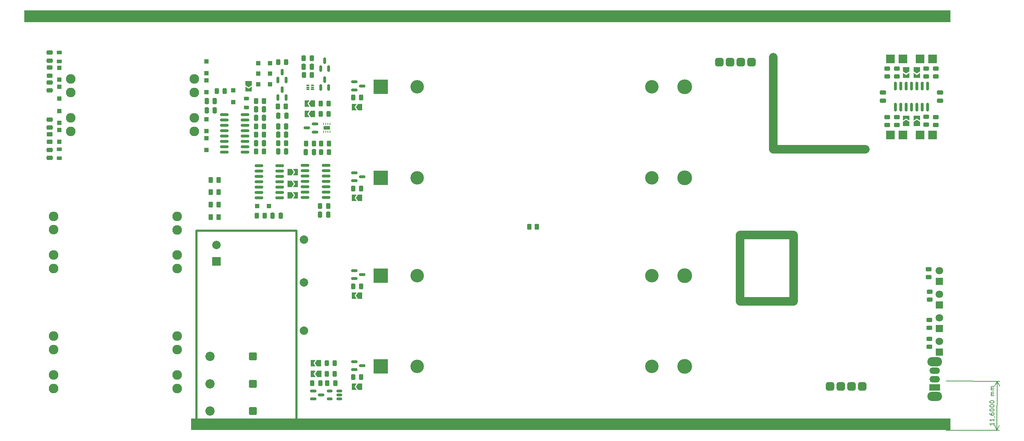
<source format=gbr>
%TF.GenerationSoftware,KiCad,Pcbnew,8.0.9-8.0.9-0~ubuntu24.04.1*%
%TF.CreationDate,2025-03-26T21:15:19+01:00*%
%TF.ProjectId,HighIsoXFMR,48696768-4973-46f5-9846-4d522e6b6963,rev?*%
%TF.SameCoordinates,Original*%
%TF.FileFunction,Soldermask,Top*%
%TF.FilePolarity,Negative*%
%FSLAX46Y46*%
G04 Gerber Fmt 4.6, Leading zero omitted, Abs format (unit mm)*
G04 Created by KiCad (PCBNEW 8.0.9-8.0.9-0~ubuntu24.04.1) date 2025-03-26 21:15:19*
%MOMM*%
%LPD*%
G01*
G04 APERTURE LIST*
G04 Aperture macros list*
%AMRoundRect*
0 Rectangle with rounded corners*
0 $1 Rounding radius*
0 $2 $3 $4 $5 $6 $7 $8 $9 X,Y pos of 4 corners*
0 Add a 4 corners polygon primitive as box body*
4,1,4,$2,$3,$4,$5,$6,$7,$8,$9,$2,$3,0*
0 Add four circle primitives for the rounded corners*
1,1,$1+$1,$2,$3*
1,1,$1+$1,$4,$5*
1,1,$1+$1,$6,$7*
1,1,$1+$1,$8,$9*
0 Add four rect primitives between the rounded corners*
20,1,$1+$1,$2,$3,$4,$5,0*
20,1,$1+$1,$4,$5,$6,$7,0*
20,1,$1+$1,$6,$7,$8,$9,0*
20,1,$1+$1,$8,$9,$2,$3,0*%
%AMFreePoly0*
4,1,6,1.000000,0.000000,0.500000,-0.750000,-0.500000,-0.750000,-0.500000,0.750000,0.500000,0.750000,1.000000,0.000000,1.000000,0.000000,$1*%
%AMFreePoly1*
4,1,6,0.500000,-0.750000,-0.650000,-0.750000,-0.150000,0.000000,-0.650000,0.750000,0.500000,0.750000,0.500000,-0.750000,0.500000,-0.750000,$1*%
G04 Aperture macros list end*
%ADD10C,0.500000*%
%ADD11C,0.000000*%
%ADD12C,0.150000*%
%ADD13C,2.000000*%
%ADD14RoundRect,0.243750X0.243750X0.456250X-0.243750X0.456250X-0.243750X-0.456250X0.243750X-0.456250X0*%
%ADD15RoundRect,0.250000X0.300000X-0.300000X0.300000X0.300000X-0.300000X0.300000X-0.300000X-0.300000X0*%
%ADD16FreePoly0,180.000000*%
%ADD17FreePoly1,180.000000*%
%ADD18RoundRect,0.150000X0.150000X-0.587500X0.150000X0.587500X-0.150000X0.587500X-0.150000X-0.587500X0*%
%ADD19R,1.800000X1.800000*%
%ADD20C,1.800000*%
%ADD21RoundRect,0.243750X-0.243750X-0.456250X0.243750X-0.456250X0.243750X0.456250X-0.243750X0.456250X0*%
%ADD22RoundRect,0.218750X0.381250X-0.218750X0.381250X0.218750X-0.381250X0.218750X-0.381250X-0.218750X0*%
%ADD23RoundRect,0.250000X-0.250000X-0.475000X0.250000X-0.475000X0.250000X0.475000X-0.250000X0.475000X0*%
%ADD24RoundRect,0.150000X0.587500X0.150000X-0.587500X0.150000X-0.587500X-0.150000X0.587500X-0.150000X0*%
%ADD25RoundRect,0.243750X-0.456250X0.243750X-0.456250X-0.243750X0.456250X-0.243750X0.456250X0.243750X0*%
%ADD26FreePoly0,90.000000*%
%ADD27FreePoly1,90.000000*%
%ADD28RoundRect,0.250000X0.300000X0.300000X-0.300000X0.300000X-0.300000X-0.300000X0.300000X-0.300000X0*%
%ADD29C,3.200000*%
%ADD30R,3.500000X3.500000*%
%ADD31C,3.500000*%
%ADD32R,2.000000X2.000000*%
%ADD33FreePoly0,0.000000*%
%ADD34FreePoly1,0.000000*%
%ADD35RoundRect,0.250000X0.250000X0.475000X-0.250000X0.475000X-0.250000X-0.475000X0.250000X-0.475000X0*%
%ADD36RoundRect,0.250000X-0.262500X-0.450000X0.262500X-0.450000X0.262500X0.450000X-0.262500X0.450000X0*%
%ADD37C,2.000000*%
%ADD38RoundRect,0.062500X0.062500X-0.187500X0.062500X0.187500X-0.062500X0.187500X-0.062500X-0.187500X0*%
%ADD39R,1.600000X0.900000*%
%ADD40O,3.500000X2.200000*%
%ADD41R,2.500000X1.500000*%
%ADD42O,2.500000X1.500000*%
%ADD43RoundRect,0.150000X-0.587500X-0.150000X0.587500X-0.150000X0.587500X0.150000X-0.587500X0.150000X0*%
%ADD44RoundRect,0.250000X0.475000X-0.250000X0.475000X0.250000X-0.475000X0.250000X-0.475000X-0.250000X0*%
%ADD45FreePoly0,270.000000*%
%ADD46FreePoly1,270.000000*%
%ADD47RoundRect,0.243750X0.456250X-0.243750X0.456250X0.243750X-0.456250X0.243750X-0.456250X-0.243750X0*%
%ADD48RoundRect,0.218750X-0.381250X0.218750X-0.381250X-0.218750X0.381250X-0.218750X0.381250X0.218750X0*%
%ADD49RoundRect,0.250000X-0.300000X-0.300000X0.300000X-0.300000X0.300000X0.300000X-0.300000X0.300000X0*%
%ADD50C,2.200000*%
%ADD51RoundRect,0.250000X-0.675000X0.675000X-0.675000X-0.675000X0.675000X-0.675000X0.675000X0.675000X0*%
%ADD52RoundRect,0.250000X-0.300000X0.300000X-0.300000X-0.300000X0.300000X-0.300000X0.300000X0.300000X0*%
%ADD53RoundRect,0.070000X0.355000X-0.070000X0.355000X0.070000X-0.355000X0.070000X-0.355000X-0.070000X0*%
%ADD54RoundRect,0.070000X0.305000X-0.070000X0.305000X0.070000X-0.305000X0.070000X-0.305000X-0.070000X0*%
%ADD55RoundRect,0.150000X0.150000X-0.825000X0.150000X0.825000X-0.150000X0.825000X-0.150000X-0.825000X0*%
%ADD56RoundRect,0.250000X-0.475000X0.250000X-0.475000X-0.250000X0.475000X-0.250000X0.475000X0.250000X0*%
%ADD57RoundRect,0.500000X0.500000X-0.500000X0.500000X0.500000X-0.500000X0.500000X-0.500000X-0.500000X0*%
%ADD58RoundRect,0.150000X0.512500X0.150000X-0.512500X0.150000X-0.512500X-0.150000X0.512500X-0.150000X0*%
%ADD59RoundRect,0.250000X0.262500X0.450000X-0.262500X0.450000X-0.262500X-0.450000X0.262500X-0.450000X0*%
%ADD60C,2.286000*%
%ADD61RoundRect,0.150000X-0.825000X-0.150000X0.825000X-0.150000X0.825000X0.150000X-0.825000X0.150000X0*%
%ADD62RoundRect,0.250000X0.450000X-0.262500X0.450000X0.262500X-0.450000X0.262500X-0.450000X-0.262500X0*%
G04 APERTURE END LIST*
D10*
X71250000Y-102250000D02*
X95000000Y-102250000D01*
D11*
G36*
X250000000Y-149500000D02*
G01*
X70000000Y-149500000D01*
X70000000Y-146750000D01*
X250000000Y-146750000D01*
X250000000Y-149500000D01*
G37*
D10*
X71250000Y-102250000D02*
X71250000Y-147000000D01*
D11*
G36*
X250000000Y-52750000D02*
G01*
X30500000Y-52750000D01*
X30500000Y-50000000D01*
X250000000Y-50000000D01*
X250000000Y-52750000D01*
G37*
D10*
X95000000Y-147000000D02*
X95000000Y-102250000D01*
D12*
X260365298Y-147762954D02*
X260364559Y-148334383D01*
X260364929Y-148048669D02*
X259364930Y-148047375D01*
X259364930Y-148047375D02*
X259507663Y-148142798D01*
X259507663Y-148142798D02*
X259602778Y-148238159D01*
X259602778Y-148238159D02*
X259650274Y-148333459D01*
X260366530Y-146810574D02*
X260365791Y-147382002D01*
X260366160Y-147096288D02*
X259366161Y-147094995D01*
X259366161Y-147094995D02*
X259508895Y-147190418D01*
X259508895Y-147190418D02*
X259604010Y-147285779D01*
X259604010Y-147285779D02*
X259651506Y-147381079D01*
X260319526Y-146334323D02*
X260367145Y-146334384D01*
X260367145Y-146334384D02*
X260462322Y-146382126D01*
X260462322Y-146382126D02*
X260509879Y-146429807D01*
X259368255Y-145475949D02*
X259368008Y-145666425D01*
X259368008Y-145666425D02*
X259415504Y-145761725D01*
X259415504Y-145761725D02*
X259463062Y-145809406D01*
X259463062Y-145809406D02*
X259605796Y-145904828D01*
X259605796Y-145904828D02*
X259796210Y-145952694D01*
X259796210Y-145952694D02*
X260177162Y-145953186D01*
X260177162Y-145953186D02*
X260272462Y-145905690D01*
X260272462Y-145905690D02*
X260320142Y-145858133D01*
X260320142Y-145858133D02*
X260367884Y-145762957D01*
X260367884Y-145762957D02*
X260368131Y-145572481D01*
X260368131Y-145572481D02*
X260320635Y-145477181D01*
X260320635Y-145477181D02*
X260273077Y-145429500D01*
X260273077Y-145429500D02*
X260177901Y-145381758D01*
X260177901Y-145381758D02*
X259939806Y-145381450D01*
X259939806Y-145381450D02*
X259844506Y-145428946D01*
X259844506Y-145428946D02*
X259796826Y-145476504D01*
X259796826Y-145476504D02*
X259749084Y-145571680D01*
X259749084Y-145571680D02*
X259748837Y-145762156D01*
X259748837Y-145762156D02*
X259796333Y-145857456D01*
X259796333Y-145857456D02*
X259843891Y-145905136D01*
X259843891Y-145905136D02*
X259939067Y-145952878D01*
X259369178Y-144761664D02*
X259369301Y-144666426D01*
X259369301Y-144666426D02*
X259417044Y-144571250D01*
X259417044Y-144571250D02*
X259464724Y-144523692D01*
X259464724Y-144523692D02*
X259560024Y-144476196D01*
X259560024Y-144476196D02*
X259750561Y-144428824D01*
X259750561Y-144428824D02*
X259988656Y-144429132D01*
X259988656Y-144429132D02*
X260179071Y-144476997D01*
X260179071Y-144476997D02*
X260274247Y-144524739D01*
X260274247Y-144524739D02*
X260321805Y-144572420D01*
X260321805Y-144572420D02*
X260369301Y-144667719D01*
X260369301Y-144667719D02*
X260369177Y-144762957D01*
X260369177Y-144762957D02*
X260321435Y-144858134D01*
X260321435Y-144858134D02*
X260273755Y-144905691D01*
X260273755Y-144905691D02*
X260178455Y-144953187D01*
X260178455Y-144953187D02*
X259987918Y-145000560D01*
X259987918Y-145000560D02*
X259749823Y-145000252D01*
X259749823Y-145000252D02*
X259559408Y-144952387D01*
X259559408Y-144952387D02*
X259464232Y-144904644D01*
X259464232Y-144904644D02*
X259416674Y-144856964D01*
X259416674Y-144856964D02*
X259369178Y-144761664D01*
X259370410Y-143809284D02*
X259370533Y-143714046D01*
X259370533Y-143714046D02*
X259418275Y-143618870D01*
X259418275Y-143618870D02*
X259465956Y-143571312D01*
X259465956Y-143571312D02*
X259561255Y-143523816D01*
X259561255Y-143523816D02*
X259751793Y-143476444D01*
X259751793Y-143476444D02*
X259989888Y-143476751D01*
X259989888Y-143476751D02*
X260180302Y-143524617D01*
X260180302Y-143524617D02*
X260275479Y-143572359D01*
X260275479Y-143572359D02*
X260323036Y-143620040D01*
X260323036Y-143620040D02*
X260370532Y-143715339D01*
X260370532Y-143715339D02*
X260370409Y-143810577D01*
X260370409Y-143810577D02*
X260322667Y-143905754D01*
X260322667Y-143905754D02*
X260274986Y-143953311D01*
X260274986Y-143953311D02*
X260179687Y-144000807D01*
X260179687Y-144000807D02*
X259989149Y-144048180D01*
X259989149Y-144048180D02*
X259751054Y-144047872D01*
X259751054Y-144047872D02*
X259560640Y-144000006D01*
X259560640Y-144000006D02*
X259465463Y-143952264D01*
X259465463Y-143952264D02*
X259417906Y-143904584D01*
X259417906Y-143904584D02*
X259370410Y-143809284D01*
X259371641Y-142856904D02*
X259371765Y-142761666D01*
X259371765Y-142761666D02*
X259419507Y-142666489D01*
X259419507Y-142666489D02*
X259467187Y-142618932D01*
X259467187Y-142618932D02*
X259562487Y-142571436D01*
X259562487Y-142571436D02*
X259753024Y-142524063D01*
X259753024Y-142524063D02*
X259991120Y-142524371D01*
X259991120Y-142524371D02*
X260181534Y-142572237D01*
X260181534Y-142572237D02*
X260276710Y-142619979D01*
X260276710Y-142619979D02*
X260324268Y-142667659D01*
X260324268Y-142667659D02*
X260371764Y-142762959D01*
X260371764Y-142762959D02*
X260371641Y-142858197D01*
X260371641Y-142858197D02*
X260323898Y-142953373D01*
X260323898Y-142953373D02*
X260276218Y-143000931D01*
X260276218Y-143000931D02*
X260180918Y-143048427D01*
X260180918Y-143048427D02*
X259990381Y-143095799D01*
X259990381Y-143095799D02*
X259752286Y-143095491D01*
X259752286Y-143095491D02*
X259561871Y-143047626D01*
X259561871Y-143047626D02*
X259466695Y-142999884D01*
X259466695Y-142999884D02*
X259419137Y-142952203D01*
X259419137Y-142952203D02*
X259371641Y-142856904D01*
X260373611Y-141334388D02*
X259706945Y-141333526D01*
X259802183Y-141333649D02*
X259754625Y-141285969D01*
X259754625Y-141285969D02*
X259707130Y-141190669D01*
X259707130Y-141190669D02*
X259707314Y-141047812D01*
X259707314Y-141047812D02*
X259755056Y-140952636D01*
X259755056Y-140952636D02*
X259850356Y-140905140D01*
X259850356Y-140905140D02*
X260374165Y-140905817D01*
X259850356Y-140905140D02*
X259755180Y-140857398D01*
X259755180Y-140857398D02*
X259707684Y-140762098D01*
X259707684Y-140762098D02*
X259707869Y-140619241D01*
X259707869Y-140619241D02*
X259755611Y-140524065D01*
X259755611Y-140524065D02*
X259850910Y-140476569D01*
X259850910Y-140476569D02*
X260374719Y-140477246D01*
X260375335Y-140001056D02*
X259708669Y-140000194D01*
X259803907Y-140000318D02*
X259756350Y-139952637D01*
X259756350Y-139952637D02*
X259708854Y-139857337D01*
X259708854Y-139857337D02*
X259709038Y-139714480D01*
X259709038Y-139714480D02*
X259756781Y-139619304D01*
X259756781Y-139619304D02*
X259852080Y-139571808D01*
X259852080Y-139571808D02*
X260375889Y-139572485D01*
X259852080Y-139571808D02*
X259756904Y-139524066D01*
X259756904Y-139524066D02*
X259709408Y-139428766D01*
X259709408Y-139428766D02*
X259709593Y-139285909D01*
X259709593Y-139285909D02*
X259757335Y-139190733D01*
X259757335Y-139190733D02*
X259852634Y-139143237D01*
X259852634Y-139143237D02*
X260376443Y-139143914D01*
X249015000Y-137900647D02*
X261659632Y-137916998D01*
X249000000Y-149500647D02*
X261644632Y-149516998D01*
X261073213Y-137916239D02*
X261058213Y-149516239D01*
X261073213Y-137916239D02*
X261058213Y-149516239D01*
X261073213Y-137916239D02*
X261658177Y-139043500D01*
X261073213Y-137916239D02*
X260485336Y-139041984D01*
X261058213Y-149516239D02*
X260473249Y-148388978D01*
X261058213Y-149516239D02*
X261646090Y-148390494D01*
D13*
%TO.C,U3*%
X200138600Y-103234000D02*
X200138600Y-118982000D01*
X200138600Y-103234000D02*
X212838600Y-103234000D01*
X200138600Y-118982000D02*
X212838600Y-118982000D01*
X208012600Y-61070000D02*
X208012600Y-82914000D01*
X212838600Y-103234000D02*
X212838600Y-118982000D01*
X229856600Y-82914000D02*
X208012600Y-82914000D01*
%TD*%
D14*
%TO.C,R30*%
X77978000Y-69088000D03*
X76103000Y-69088000D03*
%TD*%
D15*
%TO.C,D1*%
X80010000Y-71758000D03*
X80010000Y-68958000D03*
%TD*%
D16*
%TO.C,JP7*%
X110095000Y-117650000D03*
D17*
X108645000Y-117650000D03*
%TD*%
D18*
%TO.C,Q4*%
X100725200Y-63810300D03*
X102625200Y-63810300D03*
X101675200Y-61935300D03*
%TD*%
D19*
%TO.C,D17*%
X247415000Y-125400000D03*
D20*
X247415000Y-122860000D03*
%TD*%
D21*
%TO.C,R3*%
X85400200Y-79451550D03*
X87275200Y-79451550D03*
%TD*%
D22*
%TO.C,L4*%
X38750000Y-62062500D03*
X38750000Y-59937500D03*
%TD*%
D23*
%TO.C,C10*%
X90687700Y-74991550D03*
X92587700Y-74991550D03*
%TD*%
D24*
%TO.C,Q1*%
X99362700Y-78810300D03*
X99362700Y-76910300D03*
X97487700Y-77860300D03*
%TD*%
D25*
%TO.C,R7*%
X36500000Y-63562500D03*
X36500000Y-65437500D03*
%TD*%
D26*
%TO.C,JP11*%
X242040000Y-76935000D03*
D27*
X242040000Y-75485000D03*
%TD*%
D21*
%TO.C,R10*%
X97237700Y-81560300D03*
X99112700Y-81560300D03*
%TD*%
D28*
%TO.C,D11*%
X88725200Y-64991550D03*
X85925200Y-64991550D03*
%TD*%
D29*
%TO.C,BT5*%
X123640000Y-68100000D03*
X179250000Y-68100000D03*
D30*
X114995000Y-68100000D03*
D31*
X186995000Y-68100000D03*
%TD*%
D15*
%TO.C,D7*%
X38750000Y-81150000D03*
X38750000Y-78350000D03*
%TD*%
D25*
%TO.C,R14*%
X245000000Y-127852500D03*
X245000000Y-129727500D03*
%TD*%
D32*
%TO.C,TP7*%
X238790000Y-79522500D03*
%TD*%
D33*
%TO.C,JP3*%
X93350000Y-93870000D03*
D34*
X94800000Y-93870000D03*
%TD*%
D35*
%TO.C,C6*%
X92537700Y-83451550D03*
X90637700Y-83451550D03*
%TD*%
%TO.C,C14*%
X99125200Y-83560300D03*
X97225200Y-83560300D03*
%TD*%
D32*
%TO.C,TP1*%
X235790000Y-61522500D03*
%TD*%
%TO.C,TP6*%
X242790000Y-79522500D03*
%TD*%
D25*
%TO.C,R23*%
X245000000Y-123388500D03*
X245000000Y-125263500D03*
%TD*%
D36*
%TO.C,F7*%
X74675000Y-99000000D03*
X76500000Y-99000000D03*
%TD*%
D19*
%TO.C,D15*%
X247415000Y-119800000D03*
D20*
X247415000Y-117260000D03*
%TD*%
D32*
%TO.C,PS1*%
X76000000Y-109500000D03*
D37*
X76000000Y-105600000D03*
X96760000Y-125900000D03*
X96760000Y-114470000D03*
X96760000Y-104310000D03*
%TD*%
D14*
%TO.C,R9*%
X102487500Y-96370000D03*
X100612500Y-96370000D03*
%TD*%
D15*
%TO.C,D8*%
X38750000Y-76650000D03*
X38750000Y-73850000D03*
%TD*%
D19*
%TO.C,D2*%
X247415000Y-131000000D03*
D20*
X247415000Y-128460000D03*
%TD*%
D21*
%TO.C,R11*%
X90637700Y-62241550D03*
X92512700Y-62241550D03*
%TD*%
D35*
%TO.C,C2*%
X75600000Y-71447600D03*
X73700000Y-71447600D03*
%TD*%
D38*
%TO.C,U1*%
X101425200Y-78760300D03*
X101925200Y-78760300D03*
X102425200Y-78760300D03*
X102925200Y-78760300D03*
X102925200Y-76860300D03*
X102425200Y-76860300D03*
X101925200Y-76860300D03*
X101425200Y-76860300D03*
D39*
X102175200Y-77810300D03*
%TD*%
D35*
%TO.C,C3*%
X87287700Y-75451550D03*
X85387700Y-75451550D03*
%TD*%
D15*
%TO.C,D4*%
X73675200Y-69352800D03*
X73675200Y-66552800D03*
%TD*%
D21*
%TO.C,R32*%
X102212500Y-133637500D03*
X104087500Y-133637500D03*
%TD*%
D40*
%TO.C,SW1*%
X246315000Y-141514000D03*
X246315000Y-133314000D03*
D41*
X246315000Y-139414000D03*
D42*
X246315000Y-137414000D03*
X246315000Y-135414000D03*
%TD*%
D43*
%TO.C,Q13*%
X108682500Y-133250000D03*
X108682500Y-135150000D03*
X110557500Y-134200000D03*
%TD*%
D44*
%TO.C,C7*%
X36500000Y-84950000D03*
X36500000Y-83050000D03*
%TD*%
D45*
%TO.C,JP14*%
X242040000Y-63985000D03*
D46*
X242040000Y-65435000D03*
%TD*%
D47*
%TO.C,R6*%
X246540000Y-65647500D03*
X246540000Y-63772500D03*
%TD*%
D23*
%TO.C,C5*%
X85387700Y-81451550D03*
X87287700Y-81451550D03*
%TD*%
D35*
%TO.C,C16*%
X91250000Y-98620000D03*
X89350000Y-98620000D03*
%TD*%
D43*
%TO.C,U9*%
X99000000Y-140187500D03*
X99000000Y-142087500D03*
X100875000Y-141137500D03*
%TD*%
D23*
%TO.C,C9*%
X90637700Y-77451550D03*
X92537700Y-77451550D03*
%TD*%
D36*
%TO.C,F6*%
X74675000Y-96050000D03*
X76500000Y-96050000D03*
%TD*%
D48*
%TO.C,L3*%
X38750000Y-82875000D03*
X38750000Y-85000000D03*
%TD*%
D49*
%TO.C,D9*%
X85925200Y-62491550D03*
X88725200Y-62491550D03*
%TD*%
D16*
%TO.C,JP6*%
X110095000Y-94450000D03*
D17*
X108645000Y-94450000D03*
%TD*%
D47*
%TO.C,R29*%
X244290000Y-65647500D03*
X244290000Y-63772500D03*
%TD*%
D21*
%TO.C,R35*%
X102212500Y-136137500D03*
X104087500Y-136137500D03*
%TD*%
D50*
%TO.C,J4*%
X74490000Y-138500000D03*
D51*
X84690000Y-138500000D03*
%TD*%
D35*
%TO.C,C1*%
X98625200Y-63310300D03*
X96725200Y-63310300D03*
%TD*%
D47*
%TO.C,R25*%
X235040000Y-65647500D03*
X235040000Y-63772500D03*
%TD*%
D21*
%TO.C,R21*%
X100800200Y-83560300D03*
X102675200Y-83560300D03*
%TD*%
D36*
%TO.C,TH2*%
X150175000Y-101250000D03*
X152000000Y-101250000D03*
%TD*%
D21*
%TO.C,R15*%
X108462500Y-70600000D03*
X110337500Y-70600000D03*
%TD*%
%TO.C,R18*%
X100762700Y-74560300D03*
X102637700Y-74560300D03*
%TD*%
D32*
%TO.C,TP4*%
X235790000Y-79522500D03*
%TD*%
D16*
%TO.C,JP5*%
X110095000Y-72900000D03*
D17*
X108645000Y-72900000D03*
%TD*%
D18*
%TO.C,Q5*%
X90625200Y-66481550D03*
X92525200Y-66481550D03*
X91575200Y-64606550D03*
%TD*%
D16*
%TO.C,JP8*%
X110095000Y-139200000D03*
D17*
X108645000Y-139200000D03*
%TD*%
D18*
%TO.C,Q2*%
X90625200Y-70616550D03*
X92525200Y-70616550D03*
X91575200Y-68741550D03*
%TD*%
D52*
%TO.C,D14*%
X73675200Y-80302800D03*
X73675200Y-83102800D03*
%TD*%
D16*
%TO.C,JP16*%
X100350000Y-133637500D03*
D17*
X98900000Y-133637500D03*
%TD*%
D15*
%TO.C,D13*%
X73675200Y-64852800D03*
X73675200Y-62052800D03*
%TD*%
D21*
%TO.C,R1*%
X96725200Y-61310300D03*
X98600200Y-61310300D03*
%TD*%
D43*
%TO.C,Q11*%
X108682500Y-88500000D03*
X108682500Y-90400000D03*
X110557500Y-89450000D03*
%TD*%
D53*
%TO.C,U5*%
X98775200Y-68722800D03*
D54*
X98825200Y-68222800D03*
X98825200Y-67722800D03*
X97675200Y-67722800D03*
X97675200Y-68222800D03*
X97675200Y-68722800D03*
%TD*%
D29*
%TO.C,BT7*%
X123640000Y-112850000D03*
X179250000Y-112850000D03*
D30*
X114995000Y-112850000D03*
D31*
X186995000Y-112850000D03*
%TD*%
D55*
%TO.C,U8*%
X236960000Y-72910000D03*
X238230000Y-72910000D03*
X239500000Y-72910000D03*
X240770000Y-72910000D03*
X242040000Y-72910000D03*
X243310000Y-72910000D03*
X244580000Y-72910000D03*
X244580000Y-67960000D03*
X243310000Y-67960000D03*
X242040000Y-67960000D03*
X240770000Y-67960000D03*
X239500000Y-67960000D03*
X238230000Y-67960000D03*
X236960000Y-67960000D03*
%TD*%
D56*
%TO.C,C11*%
X36500000Y-75850000D03*
X36500000Y-77750000D03*
%TD*%
D18*
%TO.C,Q3*%
X100725200Y-68247800D03*
X102625200Y-68247800D03*
X101675200Y-66372800D03*
%TD*%
D45*
%TO.C,JP12*%
X239540000Y-63985000D03*
D46*
X239540000Y-65435000D03*
%TD*%
D25*
%TO.C,R13*%
X235040000Y-75272500D03*
X235040000Y-77147500D03*
%TD*%
D43*
%TO.C,Q12*%
X108682500Y-111700000D03*
X108682500Y-113600000D03*
X110557500Y-112650000D03*
%TD*%
D56*
%TO.C,C18*%
X247540000Y-69485000D03*
X247540000Y-71385000D03*
%TD*%
D25*
%TO.C,R27*%
X244290000Y-75210000D03*
X244290000Y-77085000D03*
%TD*%
D14*
%TO.C,R33*%
X100625000Y-138387500D03*
X98750000Y-138387500D03*
%TD*%
D19*
%TO.C,D16*%
X247396000Y-114200000D03*
D20*
X247396000Y-111660000D03*
%TD*%
D16*
%TO.C,JP15*%
X100375000Y-136137500D03*
D17*
X98925000Y-136137500D03*
%TD*%
D48*
%TO.C,L1*%
X83175200Y-70890300D03*
X83175200Y-73015300D03*
%TD*%
D57*
%TO.C,U3*%
X221525400Y-139149600D03*
X224065400Y-139149600D03*
X226605400Y-139149600D03*
X229145400Y-139149600D03*
X195211000Y-62289200D03*
X197751000Y-62289200D03*
X200291000Y-62289200D03*
X202831000Y-62289200D03*
%TD*%
D52*
%TO.C,D3*%
X73675200Y-75797600D03*
X73675200Y-78597600D03*
%TD*%
D23*
%TO.C,C13*%
X100600000Y-98370000D03*
X102500000Y-98370000D03*
%TD*%
D16*
%TO.C,JP10*%
X98900200Y-74560300D03*
D17*
X97450200Y-74560300D03*
%TD*%
D44*
%TO.C,C12*%
X36500000Y-68950000D03*
X36500000Y-67050000D03*
%TD*%
D36*
%TO.C,F2*%
X90612700Y-72741550D03*
X92437700Y-72741550D03*
%TD*%
D58*
%TO.C,U7*%
X105137500Y-142087500D03*
X105137500Y-141137500D03*
X105137500Y-140187500D03*
X102862500Y-140187500D03*
X102862500Y-142087500D03*
%TD*%
D25*
%TO.C,R24*%
X246540000Y-75272500D03*
X246540000Y-77147500D03*
%TD*%
D33*
%TO.C,JP2*%
X93350000Y-91120000D03*
D34*
X94800000Y-91120000D03*
%TD*%
D15*
%TO.C,D6*%
X38750000Y-66400000D03*
X38750000Y-63600000D03*
%TD*%
D21*
%TO.C,R17*%
X108432500Y-115400000D03*
X110307500Y-115400000D03*
%TD*%
%TO.C,R2*%
X85400200Y-77451550D03*
X87275200Y-77451550D03*
%TD*%
D26*
%TO.C,JP13*%
X239540000Y-76935000D03*
D27*
X239540000Y-75485000D03*
%TD*%
D14*
%TO.C,R8*%
X98612700Y-65310300D03*
X96737700Y-65310300D03*
%TD*%
D50*
%TO.C,J5*%
X74490000Y-145000000D03*
D51*
X84690000Y-145000000D03*
%TD*%
D59*
%TO.C,F3*%
X87250200Y-71491550D03*
X85425200Y-71491550D03*
%TD*%
D16*
%TO.C,JP9*%
X98900200Y-72060300D03*
D17*
X97450200Y-72060300D03*
%TD*%
D21*
%TO.C,R16*%
X108432500Y-92200000D03*
X110307500Y-92200000D03*
%TD*%
D14*
%TO.C,R17*%
X110307500Y-136950000D03*
X108432500Y-136950000D03*
%TD*%
D45*
%TO.C,JP4*%
X83675200Y-67227800D03*
D46*
X83675200Y-68677800D03*
%TD*%
D60*
%TO.C,TR2*%
X37400000Y-98800000D03*
X37400000Y-102000400D03*
X37400000Y-107994800D03*
X37400000Y-111195200D03*
X66700000Y-98802400D03*
X66700000Y-102002800D03*
X66700000Y-107997200D03*
X66700000Y-111197600D03*
%TD*%
D25*
%TO.C,R22*%
X244856000Y-111330500D03*
X244856000Y-113205500D03*
%TD*%
D21*
%TO.C,R12*%
X85612500Y-98620000D03*
X87487500Y-98620000D03*
%TD*%
%TO.C,R31*%
X102312500Y-138387500D03*
X104187500Y-138387500D03*
%TD*%
D61*
%TO.C,U6*%
X86100000Y-86810000D03*
X86100000Y-88080000D03*
X86100000Y-89350000D03*
X86100000Y-90620000D03*
X86100000Y-91890000D03*
X86100000Y-93160000D03*
X86100000Y-94430000D03*
X91050000Y-94430000D03*
X91050000Y-93160000D03*
X91050000Y-91890000D03*
X91050000Y-90620000D03*
X91050000Y-89350000D03*
X91050000Y-88080000D03*
X91050000Y-86810000D03*
%TD*%
D35*
%TO.C,C4*%
X92537700Y-79451550D03*
X90637700Y-79451550D03*
%TD*%
D43*
%TO.C,Q10*%
X108682500Y-66950000D03*
X108682500Y-68850000D03*
X110557500Y-67900000D03*
%TD*%
D33*
%TO.C,JP1*%
X93350000Y-88370000D03*
D34*
X94800000Y-88370000D03*
%TD*%
D32*
%TO.C,TP8*%
X242790000Y-61522500D03*
%TD*%
D60*
%TO.C,TR3*%
X37400000Y-127215475D03*
X37400000Y-130415875D03*
X37400000Y-136410275D03*
X37400000Y-139610675D03*
X66700000Y-127217875D03*
X66700000Y-130418275D03*
X66700000Y-136412675D03*
X66700000Y-139613075D03*
%TD*%
D32*
%TO.C,TP2*%
X245790000Y-79522500D03*
%TD*%
D21*
%TO.C,R20*%
X100800200Y-81560300D03*
X102675200Y-81560300D03*
%TD*%
D47*
%TO.C,R28*%
X237290000Y-65647500D03*
X237290000Y-63772500D03*
%TD*%
D60*
%TO.C,TR1*%
X70800000Y-78647600D03*
X70800000Y-75447200D03*
X70800000Y-69452800D03*
X70800000Y-66252400D03*
X41500000Y-78645200D03*
X41500000Y-75444800D03*
X41500000Y-69450400D03*
X41500000Y-66250000D03*
%TD*%
D61*
%TO.C,U4*%
X97050000Y-86750000D03*
X97050000Y-88020000D03*
X97050000Y-89290000D03*
X97050000Y-90560000D03*
X97050000Y-91830000D03*
X97050000Y-93100000D03*
X97050000Y-94370000D03*
X102000000Y-94370000D03*
X102000000Y-93100000D03*
X102000000Y-91830000D03*
X102000000Y-90560000D03*
X102000000Y-89290000D03*
X102000000Y-88020000D03*
X102000000Y-86750000D03*
%TD*%
D21*
%TO.C,R19*%
X100762700Y-72060300D03*
X102637700Y-72060300D03*
%TD*%
D62*
%TO.C,F1*%
X36500000Y-81162500D03*
X36500000Y-79337500D03*
%TD*%
D36*
%TO.C,F4*%
X74675000Y-90150000D03*
X76500000Y-90150000D03*
%TD*%
D32*
%TO.C,TP3*%
X245790000Y-61522500D03*
%TD*%
D36*
%TO.C,F5*%
X74675000Y-93100000D03*
X76500000Y-93100000D03*
%TD*%
D29*
%TO.C,BT6*%
X123640000Y-89650000D03*
X179250000Y-89650000D03*
D30*
X114995000Y-89650000D03*
D31*
X186995000Y-89650000D03*
%TD*%
D25*
%TO.C,R34*%
X245110000Y-116664500D03*
X245110000Y-118539500D03*
%TD*%
%TO.C,R26*%
X237290000Y-75272500D03*
X237290000Y-77147500D03*
%TD*%
D15*
%TO.C,D5*%
X38750000Y-70900000D03*
X38750000Y-68100000D03*
%TD*%
D14*
%TO.C,R5*%
X87275200Y-83451550D03*
X85400200Y-83451550D03*
%TD*%
D35*
%TO.C,C10*%
X75600000Y-73697600D03*
X73700000Y-73697600D03*
%TD*%
D29*
%TO.C,BT8*%
X123640000Y-134400000D03*
X179250000Y-134400000D03*
D30*
X114995000Y-134400000D03*
D31*
X186995000Y-134400000D03*
%TD*%
D56*
%TO.C,C8*%
X36500000Y-60000000D03*
X36500000Y-61900000D03*
%TD*%
D14*
%TO.C,R4*%
X92525200Y-81451550D03*
X90650200Y-81451550D03*
%TD*%
D35*
%TO.C,C15*%
X87287700Y-73451550D03*
X85387700Y-73451550D03*
%TD*%
D50*
%TO.C,J3*%
X74490000Y-132000000D03*
D51*
X84690000Y-132000000D03*
%TD*%
D56*
%TO.C,C17*%
X234040000Y-69485000D03*
X234040000Y-71385000D03*
%TD*%
D61*
%TO.C,U2*%
X77887700Y-74661550D03*
X77887700Y-75931550D03*
X77887700Y-77201550D03*
X77887700Y-78471550D03*
X77887700Y-79741550D03*
X77887700Y-81011550D03*
X77887700Y-82281550D03*
X77887700Y-83551550D03*
X82837700Y-83551550D03*
X82837700Y-82281550D03*
X82837700Y-81011550D03*
X82837700Y-79741550D03*
X82837700Y-78471550D03*
X82837700Y-77201550D03*
X82837700Y-75931550D03*
X82837700Y-74661550D03*
%TD*%
D49*
%TO.C,D12*%
X85650000Y-96370000D03*
X88450000Y-96370000D03*
%TD*%
D32*
%TO.C,TP5*%
X238790000Y-61522500D03*
%TD*%
D28*
%TO.C,D10*%
X88725200Y-67491550D03*
X85925200Y-67491550D03*
%TD*%
M02*

</source>
